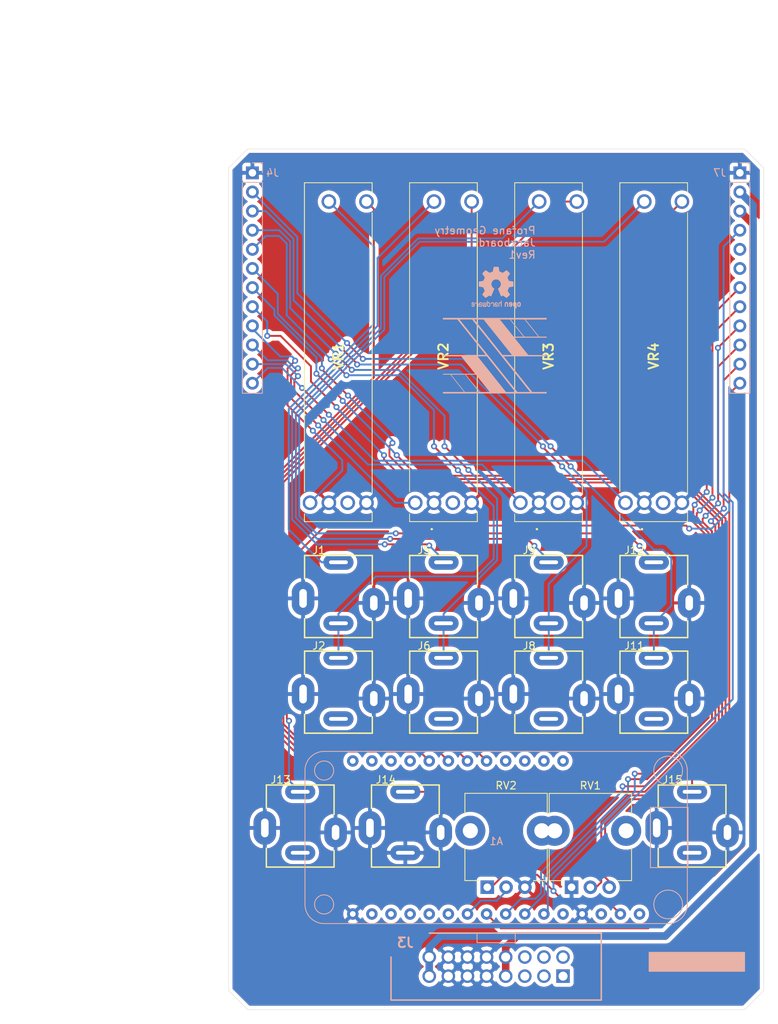
<source format=kicad_pcb>
(kicad_pcb (version 20171130) (host pcbnew "(5.1.9)-1")
  (layers (0 F.Cu signal) (31 B.Cu signal) (34 B.Paste user) (35 F.Paste user) (36 B.SilkS user) (37 F.SilkS user) (38 B.Mask user) (39 F.Mask user) (44 Edge.Cuts user))
  (net 0 "")
  (net 1 "Net-(A1-Pad1)")
  (net 2 "Net-(A1-Pad3)")
  (net 3 GND)
  (net 4 "Net-(A1-Pad5)")
  (net 5 "Net-(A1-Pad11)")
  (net 6 "Net-(A1-Pad12)")
  (net 7 "Net-(A1-Pad13)")
  (net 8 "Net-(A1-Pad14)")
  (net 9 "Net-(A1-Pad15)")
  (net 10 "Net-(A1-Pad17)")
  (net 11 "Net-(A1-Pad18)")
  (net 12 "Net-(A1-Pad19)")
  (net 13 "Net-(A1-Pad20)")
  (net 14 /notch-led)
  (net 15 /pulse-led)
  (net 16 /square-led)
  (net 17 /tri-led)
  (net 18 "Net-(A1-Pad25)")
  (net 19 "Net-(A1-Pad26)")
  (net 20 "Net-(A1-Pad27)")
  (net 21 "Net-(A1-Pad28)")
  (net 22 /tri-out)
  (net 23 "Net-(J1-PadT)")
  (net 24 "Net-(J2-PadTN)")
  (net 25 "Net-(J3-Pad16)")
  (net 26 "Net-(J3-Pad15)")
  (net 27 "Net-(J3-Pad14)")
  (net 28 /+12v-rack)
  (net 29 /-12v-rack)
  (net 30 "Net-(J3-Pad3)")
  (net 31 "Net-(J3-Pad2)")
  (net 32 "Net-(J3-Pad1)")
  (net 33 +3V3)
  (net 34 /square-out)
  (net 35 "Net-(J5-PadT)")
  (net 36 "Net-(J6-PadTN)")
  (net 37 /pulse-out)
  (net 38 /notch-out)
  (net 39 "Net-(J8-PadTN)")
  (net 40 "Net-(J9-PadT)")
  (net 41 /mix-out)
  (net 42 /mix-att)
  (net 43 /mix-pre)
  (net 44 "Net-(J11-PadTN)")
  (net 45 "Net-(J12-PadT)")
  (net 46 "Net-(J13-PadTN)")
  (net 47 "Net-(J15-PadTN)")
  (net 48 "Net-(VR1-PadL1)")
  (net 49 "Net-(VR2-PadL1)")
  (net 50 "Net-(VR3-PadL1)")
  (net 51 "Net-(VR4-PadL1)")
  (net 52 /SERCOM4[0])
  (net 53 /SERCOM4[1])
  (net 54 /v_oct-scaled)
  (net 55 /pulse-scaled)
  (net 56 /pulse-pot)
  (net 57 /notch-att)
  (net 58 /pulse-att)
  (net 59 /square-att)
  (net 60 /tri-att)
  (net 61 /pulse-cv)
  (net 62 /v_oct-cv)
  (net 63 "Net-(J7-Pad6)")
  (net 64 "Net-(J7-Pad5)")
  (module profane_geometry_jackboard:zzzzzzzz_new (layer B.Cu) (at 137.16 80.01 180)
    (fp_text reference Ref** hide)
    (fp_text value Val** hide)
  )
  (module profane_geometry_jackboard:OSHW-Logo2_7.3x6mm_SilkScreen (layer B.Cu) (at 137.16 71.755 180)
    (fp_text reference REF** hide)
    (fp_text value OSHW-Logo2_7.3x6mm_SilkScreen hide)
  )
  (module profane_geometry_jackboard:Slider_Potentiometer_Bourns_PTL_30mm (layer F.Cu) (at 156.845 100.33 90)
    (fp_text reference VR4 (at 19.475 1.25 90) (layer F.SilkS) (effects (font (size 1.27 1.27) (thickness 0.254))))
    (fp_text value PTL30-19G1-103B2 hide)
    (pad L1 thru_hole circle (at 0 2.5 90) (size 1.95 1.95) (drill 1.3) (layers *.Cu *.Mask) (net 51 "Net-(VR4-PadL1)"))
    (pad E1 thru_hole circle (at 0 5 90) (size 1.95 1.95) (drill 1.3) (layers *.Cu *.Mask) (net 3 GND))
    (pad B1 thru_hole circle (at 40 5 90) (size 1.95 1.95) (drill 1.3) (layers *.Cu *.Mask) (net 14 /notch-led))
    (pad 3 thru_hole circle (at 40 0 90) (size 1.95 1.95) (drill 1.3) (layers *.Cu *.Mask) (net 45 "Net-(J12-PadT)"))
    (pad 2 thru_hole circle (at 0 -2.5 90) (size 1.95 1.95) (drill 1.3) (layers *.Cu *.Mask) (net 57 /notch-att))
    (pad 1 thru_hole circle (at 0 0 90) (size 1.95 1.95) (drill 1.3) (layers *.Cu *.Mask) (net 3 GND))
  )
  (module profane_geometry_jackboard:Slider_Potentiometer_Bourns_PTL_30mm (layer F.Cu) (at 142.875 100.33 90)
    (fp_text reference VR3 (at 19.475 1.25 90) (layer F.SilkS) (effects (font (size 1.27 1.27) (thickness 0.254))))
    (fp_text value PTL30-19G1-103B2 hide)
    (pad L1 thru_hole circle (at 0 2.5 90) (size 1.95 1.95) (drill 1.3) (layers *.Cu *.Mask) (net 50 "Net-(VR3-PadL1)"))
    (pad E1 thru_hole circle (at 0 5 90) (size 1.95 1.95) (drill 1.3) (layers *.Cu *.Mask) (net 3 GND))
    (pad B1 thru_hole circle (at 40 5 90) (size 1.95 1.95) (drill 1.3) (layers *.Cu *.Mask) (net 15 /pulse-led))
    (pad 3 thru_hole circle (at 40 0 90) (size 1.95 1.95) (drill 1.3) (layers *.Cu *.Mask) (net 40 "Net-(J9-PadT)"))
    (pad 2 thru_hole circle (at 0 -2.5 90) (size 1.95 1.95) (drill 1.3) (layers *.Cu *.Mask) (net 58 /pulse-att))
    (pad 1 thru_hole circle (at 0 0 90) (size 1.95 1.95) (drill 1.3) (layers *.Cu *.Mask) (net 3 GND))
  )
  (module profane_geometry_jackboard:Slider_Potentiometer_Bourns_PTL_30mm (layer F.Cu) (at 128.905 100.33 90)
    (fp_text reference VR2 (at 19.475 1.25 90) (layer F.SilkS) (effects (font (size 1.27 1.27) (thickness 0.254))))
    (fp_text value PTL30-19G1-103B2 hide)
    (pad L1 thru_hole circle (at 0 2.5 90) (size 1.95 1.95) (drill 1.3) (layers *.Cu *.Mask) (net 49 "Net-(VR2-PadL1)"))
    (pad E1 thru_hole circle (at 0 5 90) (size 1.95 1.95) (drill 1.3) (layers *.Cu *.Mask) (net 3 GND))
    (pad B1 thru_hole circle (at 40 5 90) (size 1.95 1.95) (drill 1.3) (layers *.Cu *.Mask) (net 16 /square-led))
    (pad 3 thru_hole circle (at 40 0 90) (size 1.95 1.95) (drill 1.3) (layers *.Cu *.Mask) (net 35 "Net-(J5-PadT)"))
    (pad 2 thru_hole circle (at 0 -2.5 90) (size 1.95 1.95) (drill 1.3) (layers *.Cu *.Mask) (net 59 /square-att))
    (pad 1 thru_hole circle (at 0 0 90) (size 1.95 1.95) (drill 1.3) (layers *.Cu *.Mask) (net 3 GND))
  )
  (module profane_geometry_jackboard:Slider_Potentiometer_Bourns_PTL_30mm (layer F.Cu) (at 114.935 100.33 90)
    (fp_text reference VR1 (at 19.475 1.25 90) (layer F.SilkS) (effects (font (size 1.27 1.27) (thickness 0.254))))
    (fp_text value PTL30-19G1-103B2 hide)
    (pad L1 thru_hole circle (at 0 2.5 90) (size 1.95 1.95) (drill 1.3) (layers *.Cu *.Mask) (net 48 "Net-(VR1-PadL1)"))
    (pad E1 thru_hole circle (at 0 5 90) (size 1.95 1.95) (drill 1.3) (layers *.Cu *.Mask) (net 3 GND))
    (pad B1 thru_hole circle (at 40 5 90) (size 1.95 1.95) (drill 1.3) (layers *.Cu *.Mask) (net 17 /tri-led))
    (pad 3 thru_hole circle (at 40 0 90) (size 1.95 1.95) (drill 1.3) (layers *.Cu *.Mask) (net 23 "Net-(J1-PadT)"))
    (pad 2 thru_hole circle (at 0 -2.5 90) (size 1.95 1.95) (drill 1.3) (layers *.Cu *.Mask) (net 60 /tri-att))
    (pad 1 thru_hole circle (at 0 0 90) (size 1.95 1.95) (drill 1.3) (layers *.Cu *.Mask) (net 3 GND))
  )
  (module profane_geometry_jackboard:Jack_3.5mm_QingPu_WQP-PJ301BM_Vertical (layer F.Cu) (at 163.195 143.51)
    (fp_text reference J15 (at -2.6 -6.4) (layer F.SilkS))
    (fp_text value MixOut)
    (pad S thru_hole oval (at 4.7 0.6 90) (size 4 3) (drill oval 2 1) (layers *.Cu *.Mask) (net 3 GND))
    (pad S thru_hole oval (at -4.7 0 90) (size 4.5 3) (drill oval 2.5 1) (layers *.Cu *.Mask) (net 3 GND))
    (pad TN thru_hole oval (at 0 3.3) (size 4 2) (drill oval 2.5 0.5) (layers *.Cu *.Mask) (net 47 "Net-(J15-PadTN)"))
    (pad T thru_hole oval (at 0 -4.8) (size 4 2) (drill oval 2.5 0.5) (layers *.Cu *.Mask) (net 41 /mix-out))
  )
  (module profane_geometry_jackboard:Jack_3.5mm_QingPu_WQP-PJ301BM_Vertical (layer F.Cu) (at 125.095 143.51)
    (fp_text reference J14 (at -2.6 -6.4) (layer F.SilkS))
    (fp_text value PulseCV)
    (pad S thru_hole oval (at 4.7 0.6 90) (size 4 3) (drill oval 2 1) (layers *.Cu *.Mask) (net 3 GND))
    (pad S thru_hole oval (at -4.7 0 90) (size 4.5 3) (drill oval 2.5 1) (layers *.Cu *.Mask) (net 3 GND))
    (pad TN thru_hole oval (at 0 3.3) (size 4 2) (drill oval 2.5 0.5) (layers *.Cu *.Mask) (net 3 GND))
    (pad T thru_hole oval (at 0 -4.8) (size 4 2) (drill oval 2.5 0.5) (layers *.Cu *.Mask) (net 61 /pulse-cv))
  )
  (module profane_geometry_jackboard:Jack_3.5mm_QingPu_WQP-PJ301BM_Vertical (layer F.Cu) (at 111.125 143.51)
    (fp_text reference J13 (at -2.6 -6.4) (layer F.SilkS))
    (fp_text value V/OCT)
    (pad S thru_hole oval (at 4.7 0.6 90) (size 4 3) (drill oval 2 1) (layers *.Cu *.Mask) (net 3 GND))
    (pad S thru_hole oval (at -4.7 0 90) (size 4.5 3) (drill oval 2.5 1) (layers *.Cu *.Mask) (net 3 GND))
    (pad TN thru_hole oval (at 0 3.3) (size 4 2) (drill oval 2.5 0.5) (layers *.Cu *.Mask) (net 46 "Net-(J13-PadTN)"))
    (pad T thru_hole oval (at 0 -4.8) (size 4 2) (drill oval 2.5 0.5) (layers *.Cu *.Mask) (net 62 /v_oct-cv))
  )
  (module profane_geometry_jackboard:Jack_3.5mm_QingPu_WQP-PJ301BM_Vertical (layer F.Cu) (at 158.115 113.03)
    (fp_text reference J12 (at -2.6 -6.4) (layer F.SilkS))
    (fp_text value PulseAmt)
    (pad S thru_hole oval (at 4.7 0.6 90) (size 4 3) (drill oval 2 1) (layers *.Cu *.Mask) (net 3 GND))
    (pad S thru_hole oval (at -4.7 0 90) (size 4.5 3) (drill oval 2.5 1) (layers *.Cu *.Mask) (net 3 GND))
    (pad TN thru_hole oval (at 0 3.3) (size 4 2) (drill oval 2.5 0.5) (layers *.Cu *.Mask) (net 38 /notch-out))
    (pad T thru_hole oval (at 0 -4.8) (size 4 2) (drill oval 2.5 0.5) (layers *.Cu *.Mask) (net 45 "Net-(J12-PadT)"))
  )
  (module profane_geometry_jackboard:Jack_3.5mm_QingPu_WQP-PJ301BM_Vertical (layer F.Cu) (at 158.115 125.73)
    (fp_text reference J11 (at -2.6 -6.4) (layer F.SilkS))
    (fp_text value NotchOut)
    (pad S thru_hole oval (at 4.7 0.6 90) (size 4 3) (drill oval 2 1) (layers *.Cu *.Mask) (net 3 GND))
    (pad S thru_hole oval (at -4.7 0 90) (size 4.5 3) (drill oval 2.5 1) (layers *.Cu *.Mask) (net 3 GND))
    (pad TN thru_hole oval (at 0 3.3) (size 4 2) (drill oval 2.5 0.5) (layers *.Cu *.Mask) (net 44 "Net-(J11-PadTN)"))
    (pad T thru_hole oval (at 0 -4.8) (size 4 2) (drill oval 2.5 0.5) (layers *.Cu *.Mask) (net 38 /notch-out))
  )
  (module profane_geometry_jackboard:Jack_3.5mm_QingPu_WQP-PJ301BM_Vertical (layer F.Cu) (at 144.145 113.03)
    (fp_text reference J9 (at -2.6 -6.4) (layer F.SilkS))
    (fp_text value PulseAmt)
    (pad S thru_hole oval (at 4.7 0.6 90) (size 4 3) (drill oval 2 1) (layers *.Cu *.Mask) (net 3 GND))
    (pad S thru_hole oval (at -4.7 0 90) (size 4.5 3) (drill oval 2.5 1) (layers *.Cu *.Mask) (net 3 GND))
    (pad TN thru_hole oval (at 0 3.3) (size 4 2) (drill oval 2.5 0.5) (layers *.Cu *.Mask) (net 37 /pulse-out))
    (pad T thru_hole oval (at 0 -4.8) (size 4 2) (drill oval 2.5 0.5) (layers *.Cu *.Mask) (net 40 "Net-(J9-PadT)"))
  )
  (module profane_geometry_jackboard:Jack_3.5mm_QingPu_WQP-PJ301BM_Vertical (layer F.Cu) (at 144.145 125.73)
    (fp_text reference J8 (at -2.6 -6.4) (layer F.SilkS))
    (fp_text value PulseOut)
    (pad S thru_hole oval (at 4.7 0.6 90) (size 4 3) (drill oval 2 1) (layers *.Cu *.Mask) (net 3 GND))
    (pad S thru_hole oval (at -4.7 0 90) (size 4.5 3) (drill oval 2.5 1) (layers *.Cu *.Mask) (net 3 GND))
    (pad TN thru_hole oval (at 0 3.3) (size 4 2) (drill oval 2.5 0.5) (layers *.Cu *.Mask) (net 39 "Net-(J8-PadTN)"))
    (pad T thru_hole oval (at 0 -4.8) (size 4 2) (drill oval 2.5 0.5) (layers *.Cu *.Mask) (net 37 /pulse-out))
  )
  (module profane_geometry_jackboard:Jack_3.5mm_QingPu_WQP-PJ301BM_Vertical (layer F.Cu) (at 130.175 125.73)
    (fp_text reference J6 (at -2.6 -6.4) (layer F.SilkS))
    (fp_text value SquareOut)
    (pad S thru_hole oval (at 4.7 0.6 90) (size 4 3) (drill oval 2 1) (layers *.Cu *.Mask) (net 3 GND))
    (pad S thru_hole oval (at -4.7 0 90) (size 4.5 3) (drill oval 2.5 1) (layers *.Cu *.Mask) (net 3 GND))
    (pad TN thru_hole oval (at 0 3.3) (size 4 2) (drill oval 2.5 0.5) (layers *.Cu *.Mask) (net 36 "Net-(J6-PadTN)"))
    (pad T thru_hole oval (at 0 -4.8) (size 4 2) (drill oval 2.5 0.5) (layers *.Cu *.Mask) (net 34 /square-out))
  )
  (module profane_geometry_jackboard:Jack_3.5mm_QingPu_WQP-PJ301BM_Vertical (layer F.Cu) (at 130.175 113.03)
    (fp_text reference J5 (at -2.6 -6.4) (layer F.SilkS))
    (fp_text value SquareAmt)
    (pad S thru_hole oval (at 4.7 0.6 90) (size 4 3) (drill oval 2 1) (layers *.Cu *.Mask) (net 3 GND))
    (pad S thru_hole oval (at -4.7 0 90) (size 4.5 3) (drill oval 2.5 1) (layers *.Cu *.Mask) (net 3 GND))
    (pad TN thru_hole oval (at 0 3.3) (size 4 2) (drill oval 2.5 0.5) (layers *.Cu *.Mask) (net 34 /square-out))
    (pad T thru_hole oval (at 0 -4.8) (size 4 2) (drill oval 2.5 0.5) (layers *.Cu *.Mask) (net 35 "Net-(J5-PadT)"))
  )
  (module profane_geometry_jackboard:Molex_02x08_2.54mm_Shrouded_Keyed (layer B.Cu) (at 128.27 160.655)
    (fp_text reference J3 (at -3.175 -1.905) (layer B.SilkS) (effects (font (size 1.27 1.27) (thickness 0.254)) (justify mirror)))
    (fp_text value Conn_02x08_Counter_Clockwise hide)
    (pad 1 thru_hole rect (at 17.78 2.54) (size 1.8 1.8) (drill 1.2) (layers *.Cu *.Mask) (net 32 "Net-(J3-Pad1)"))
    (pad 16 thru_hole circle (at 17.78 0) (size 1.8 1.8) (drill 1.2) (layers *.Cu *.Mask) (net 25 "Net-(J3-Pad16)"))
    (pad 2 thru_hole circle (at 15.24 2.54) (size 1.8 1.8) (drill 1.2) (layers *.Cu *.Mask) (net 31 "Net-(J3-Pad2)"))
    (pad 15 thru_hole circle (at 15.24 0) (size 1.8 1.8) (drill 1.2) (layers *.Cu *.Mask) (net 26 "Net-(J3-Pad15)"))
    (pad 3 thru_hole circle (at 12.7 2.54) (size 1.8 1.8) (drill 1.2) (layers *.Cu *.Mask) (net 30 "Net-(J3-Pad3)"))
    (pad 14 thru_hole circle (at 12.7 0) (size 1.8 1.8) (drill 1.2) (layers *.Cu *.Mask) (net 27 "Net-(J3-Pad14)"))
    (pad 4 thru_hole circle (at 10.16 2.54) (size 1.8 1.8) (drill 1.2) (layers *.Cu *.Mask) (net 28 /+12v-rack))
    (pad 13 thru_hole circle (at 10.16 0) (size 1.8 1.8) (drill 1.2) (layers *.Cu *.Mask) (net 28 /+12v-rack))
    (pad 5 thru_hole circle (at 7.62 2.54) (size 1.8 1.8) (drill 1.2) (layers *.Cu *.Mask) (net 3 GND))
    (pad 12 thru_hole circle (at 7.62 0) (size 1.8 1.8) (drill 1.2) (layers *.Cu *.Mask) (net 3 GND))
    (pad 6 thru_hole circle (at 5.08 2.54) (size 1.8 1.8) (drill 1.2) (layers *.Cu *.Mask) (net 3 GND))
    (pad 11 thru_hole circle (at 5.08 0) (size 1.8 1.8) (drill 1.2) (layers *.Cu *.Mask) (net 3 GND))
    (pad 7 thru_hole circle (at 2.54 2.54) (size 1.8 1.8) (drill 1.2) (layers *.Cu *.Mask) (net 3 GND))
    (pad 10 thru_hole circle (at 2.54 0) (size 1.8 1.8) (drill 1.2) (layers *.Cu *.Mask) (net 3 GND))
    (pad 8 thru_hole circle (at 0 2.54) (size 1.8 1.8) (drill 1.2) (layers *.Cu *.Mask) (net 29 /-12v-rack))
    (pad 9 thru_hole circle (at 0 0) (size 1.8 1.8) (drill 1.2) (layers *.Cu *.Mask) (net 29 /-12v-rack))
  )
  (module profane_geometry_jackboard:Jack_3.5mm_QingPu_WQP-PJ301BM_Vertical (layer F.Cu) (at 116.205 125.73)
    (fp_text reference J2 (at -2.6 -6.4) (layer F.SilkS))
    (fp_text value TriOut)
    (pad S thru_hole oval (at 4.7 0.6 90) (size 4 3) (drill oval 2 1) (layers *.Cu *.Mask) (net 3 GND))
    (pad S thru_hole oval (at -4.7 0 90) (size 4.5 3) (drill oval 2.5 1) (layers *.Cu *.Mask) (net 3 GND))
    (pad TN thru_hole oval (at 0 3.3) (size 4 2) (drill oval 2.5 0.5) (layers *.Cu *.Mask) (net 24 "Net-(J2-PadTN)"))
    (pad T thru_hole oval (at 0 -4.8) (size 4 2) (drill oval 2.5 0.5) (layers *.Cu *.Mask) (net 22 /tri-out))
  )
  (module profane_geometry_jackboard:Jack_3.5mm_QingPu_WQP-PJ301BM_Vertical (layer F.Cu) (at 116.205 113.03)
    (fp_text reference J1 (at -2.6 -6.4) (layer F.SilkS))
    (fp_text value TriAmt)
    (pad S thru_hole oval (at 4.7 0.6 90) (size 4 3) (drill oval 2 1) (layers *.Cu *.Mask) (net 3 GND))
    (pad S thru_hole oval (at -4.7 0 90) (size 4.5 3) (drill oval 2.5 1) (layers *.Cu *.Mask) (net 3 GND))
    (pad TN thru_hole oval (at 0 3.3) (size 4 2) (drill oval 2.5 0.5) (layers *.Cu *.Mask) (net 22 /tri-out))
    (pad T thru_hole oval (at 0 -4.8) (size 4 2) (drill oval 2.5 0.5) (layers *.Cu *.Mask) (net 23 "Net-(J1-PadT)"))
  )
  (module profane_geometry_jackboard:Adafruit_Feather_M0_Express (layer B.Cu) (at 137.16 144.78 180)
    (fp_text reference A1 (at 0 -0.5) (layer B.SilkS) (effects (justify mirror)))
    (fp_text value Adafruit_Feather_M0_Express)
    (pad 1 thru_hole circle (at -19.05 -10.16 180) (size 1.524 1.524) (drill 0.762) (layers *.Cu *.Mask) (net 1 "Net-(A1-Pad1)"))
    (pad 2 thru_hole circle (at -16.51 -10.16 180) (size 1.524 1.524) (drill 0.762) (layers *.Cu *.Mask) (net 33 +3V3))
    (pad 3 thru_hole circle (at -13.97 -10.16 180) (size 1.524 1.524) (drill 0.762) (layers *.Cu *.Mask) (net 2 "Net-(A1-Pad3)"))
    (pad 4 thru_hole circle (at -11.43 -10.16 180) (size 1.524 1.524) (drill 0.762) (layers *.Cu *.Mask) (net 3 GND))
    (pad 5 thru_hole circle (at -8.89 -10.16 180) (size 1.524 1.524) (drill 0.762) (layers *.Cu *.Mask) (net 4 "Net-(A1-Pad5)"))
    (pad 6 thru_hole circle (at -6.35 -10.16 180) (size 1.524 1.524) (drill 0.762) (layers *.Cu *.Mask) (net 52 /SERCOM4[0]))
    (pad 7 thru_hole circle (at -3.81 -10.16 180) (size 1.524 1.524) (drill 0.762) (layers *.Cu *.Mask) (net 53 /SERCOM4[1]))
    (pad 8 thru_hole circle (at -1.27 -10.16 180) (size 1.524 1.524) (drill 0.762) (layers *.Cu *.Mask) (net 54 /v_oct-scaled))
    (pad 9 thru_hole circle (at 1.27 -10.16 180) (size 1.524 1.524) (drill 0.762) (layers *.Cu *.Mask) (net 55 /pulse-scaled))
    (pad 10 thru_hole circle (at 3.81 -10.16 180) (size 1.524 1.524) (drill 0.762) (layers *.Cu *.Mask) (net 56 /pulse-pot))
    (pad 11 thru_hole circle (at 6.35 -10.16 180) (size 1.524 1.524) (drill 0.762) (layers *.Cu *.Mask) (net 5 "Net-(A1-Pad11)"))
    (pad 12 thru_hole circle (at 8.89 -10.16 180) (size 1.524 1.524) (drill 0.762) (layers *.Cu *.Mask) (net 6 "Net-(A1-Pad12)"))
    (pad 13 thru_hole circle (at 11.43 -10.16 180) (size 1.524 1.524) (drill 0.762) (layers *.Cu *.Mask) (net 7 "Net-(A1-Pad13)"))
    (pad 14 thru_hole circle (at 13.97 -10.16 180) (size 1.524 1.524) (drill 0.762) (layers *.Cu *.Mask) (net 8 "Net-(A1-Pad14)"))
    (pad 15 thru_hole circle (at 16.51 -10.16 180) (size 1.524 1.524) (drill 0.762) (layers *.Cu *.Mask) (net 9 "Net-(A1-Pad15)"))
    (pad 16 thru_hole circle (at 19.05 -10.16 180) (size 1.524 1.524) (drill 0.762) (layers *.Cu *.Mask) (net 3 GND))
    (pad 17 thru_hole circle (at 19.05 10.16 180) (size 1.524 1.524) (drill 0.762) (layers *.Cu *.Mask) (net 10 "Net-(A1-Pad17)"))
    (pad 18 thru_hole circle (at 16.51 10.16 180) (size 1.524 1.524) (drill 0.762) (layers *.Cu *.Mask) (net 11 "Net-(A1-Pad18)"))
    (pad 19 thru_hole circle (at 13.97 10.16 180) (size 1.524 1.524) (drill 0.762) (layers *.Cu *.Mask) (net 12 "Net-(A1-Pad19)"))
    (pad 20 thru_hole circle (at 11.43 10.16 180) (size 1.524 1.524) (drill 0.762) (layers *.Cu *.Mask) (net 13 "Net-(A1-Pad20)"))
    (pad 21 thru_hole circle (at 8.89 10.16 180) (size 1.524 1.524) (drill 0.762) (layers *.Cu *.Mask) (net 17 /tri-led))
    (pad 22 thru_hole circle (at 6.35 10.16 180) (size 1.524 1.524) (drill 0.762) (layers *.Cu *.Mask) (net 16 /square-led))
    (pad 23 thru_hole circle (at 3.81 10.16 180) (size 1.524 1.524) (drill 0.762) (layers *.Cu *.Mask) (net 15 /pulse-led))
    (pad 24 thru_hole circle (at 1.27 10.16 180) (size 1.524 1.524) (drill 0.762) (layers *.Cu *.Mask) (net 14 /notch-led))
    (pad 25 thru_hole circle (at -1.27 10.16 180) (size 1.524 1.524) (drill 0.762) (layers *.Cu *.Mask) (net 18 "Net-(A1-Pad25)"))
    (pad 26 thru_hole circle (at -3.81 10.16 180) (size 1.524 1.524) (drill 0.762) (layers *.Cu *.Mask) (net 19 "Net-(A1-Pad26)"))
    (pad 27 thru_hole circle (at -6.35 10.16 180) (size 1.524 1.524) (drill 0.762) (layers *.Cu *.Mask) (net 20 "Net-(A1-Pad27)"))
    (pad 28 thru_hole circle (at -8.89 10.16 180) (size 1.524 1.524) (drill 0.762) (layers *.Cu *.Mask) (net 21 "Net-(A1-Pad28)"))
  )
  (module Potentiometer_THT:Potentiometer_TT_P0915N (layer F.Cu) (at 135.981 151.384)
    (fp_text reference RV2 (at 2.5 -13.5) (layer F.SilkS))
    (fp_text value PulsePot)
    (pad 1 thru_hole rect (at 0 0) (size 1.8 1.8) (drill 1) (layers *.Cu *.Mask) (net 33 +3V3))
    (pad 2 thru_hole circle (at 2.5 0) (size 1.8 1.8) (drill 1) (layers *.Cu *.Mask) (net 56 /pulse-pot))
    (pad 3 thru_hole circle (at 5 0) (size 1.8 1.8) (drill 1) (layers *.Cu *.Mask) (net 3 GND))
    (pad "" thru_hole oval (at -2.25 -7.5) (size 4 4) (drill 2) (layers *.Cu *.Mask))
    (pad "" thru_hole oval (at 7.25 -7.5) (size 4 4) (drill 2) (layers *.Cu *.Mask))
  )
  (module Connector_PinHeader_2.54mm:PinHeader_1x12_P2.54mm_Vertical (layer B.Cu) (at 169.545 56.515 180)
    (fp_text reference J7 (at 2.667 0) (layer B.SilkS) (effects (justify mirror)))
    (fp_text value Conn_01x12)
    (pad 12 thru_hole oval (at 0 -27.94 180) (size 1.7 1.7) (drill 1) (layers *.Cu *.Mask) (net 55 /pulse-scaled))
    (pad 11 thru_hole oval (at 0 -25.4 180) (size 1.7 1.7) (drill 1) (layers *.Cu *.Mask) (net 61 /pulse-cv))
    (pad 10 thru_hole oval (at 0 -22.86 180) (size 1.7 1.7) (drill 1) (layers *.Cu *.Mask) (net 54 /v_oct-scaled))
    (pad 9 thru_hole oval (at 0 -20.32 180) (size 1.7 1.7) (drill 1) (layers *.Cu *.Mask) (net 62 /v_oct-cv))
    (pad 8 thru_hole oval (at 0 -17.78 180) (size 1.7 1.7) (drill 1) (layers *.Cu *.Mask) (net 53 /SERCOM4[1]))
    (pad 7 thru_hole oval (at 0 -15.24 180) (size 1.7 1.7) (drill 1) (layers *.Cu *.Mask) (net 52 /SERCOM4[0]))
    (pad 6 thru_hole oval (at 0 -12.7 180) (size 1.7 1.7) (drill 1) (layers *.Cu *.Mask) (net 63 "Net-(J7-Pad6)"))
    (pad 5 thru_hole oval (at 0 -10.16 180) (size 1.7 1.7) (drill 1) (layers *.Cu *.Mask) (net 64 "Net-(J7-Pad5)"))
    (pad 4 thru_hole oval (at 0 -7.62 180) (size 1.7 1.7) (drill 1) (layers *.Cu *.Mask) (net 33 +3V3))
    (pad 3 thru_hole oval (at 0 -5.08 180) (size 1.7 1.7) (drill 1) (layers *.Cu *.Mask) (net 28 /+12v-rack))
    (pad 2 thru_hole oval (at 0 -2.54 180) (size 1.7 1.7) (drill 1) (layers *.Cu *.Mask) (net 29 /-12v-rack))
    (pad 1 thru_hole rect (at 0 0 180) (size 1.7 1.7) (drill 1) (layers *.Cu *.Mask) (net 3 GND))
  )
  (module Connector_PinHeader_2.54mm:PinHeader_1x12_P2.54mm_Vertical (layer B.Cu) (at 104.775 56.515 180)
    (fp_text reference J4 (at -2.667 0) (layer B.SilkS) (effects (justify mirror)))
    (fp_text value Conn_01x12)
    (pad 12 thru_hole oval (at 0 -27.94 180) (size 1.7 1.7) (drill 1) (layers *.Cu *.Mask) (net 57 /notch-att))
    (pad 11 thru_hole oval (at 0 -25.4 180) (size 1.7 1.7) (drill 1) (layers *.Cu *.Mask) (net 58 /pulse-att))
    (pad 10 thru_hole oval (at 0 -22.86 180) (size 1.7 1.7) (drill 1) (layers *.Cu *.Mask) (net 59 /square-att))
    (pad 9 thru_hole oval (at 0 -20.32 180) (size 1.7 1.7) (drill 1) (layers *.Cu *.Mask) (net 60 /tri-att))
    (pad 8 thru_hole oval (at 0 -17.78 180) (size 1.7 1.7) (drill 1) (layers *.Cu *.Mask) (net 42 /mix-att))
    (pad 7 thru_hole oval (at 0 -15.24 180) (size 1.7 1.7) (drill 1) (layers *.Cu *.Mask) (net 41 /mix-out))
    (pad 6 thru_hole oval (at 0 -12.7 180) (size 1.7 1.7) (drill 1) (layers *.Cu *.Mask) (net 43 /mix-pre))
    (pad 5 thru_hole oval (at 0 -10.16 180) (size 1.7 1.7) (drill 1) (layers *.Cu *.Mask) (net 22 /tri-out))
    (pad 4 thru_hole oval (at 0 -7.62 180) (size 1.7 1.7) (drill 1) (layers *.Cu *.Mask) (net 34 /square-out))
    (pad 3 thru_hole oval (at 0 -5.08 180) (size 1.7 1.7) (drill 1) (layers *.Cu *.Mask) (net 37 /pulse-out))
    (pad 2 thru_hole oval (at 0 -2.54 180) (size 1.7 1.7) (drill 1) (layers *.Cu *.Mask) (net 38 /notch-out))
    (pad 1 thru_hole rect (at 0 0 180) (size 1.7 1.7) (drill 1) (layers *.Cu *.Mask) (net 3 GND))
  )
  (module Potentiometer_THT:Potentiometer_TT_P0915N (layer F.Cu) (at 147.182 151.391)
    (fp_text reference RV1 (at 2.5 -13.5) (layer F.SilkS))
    (fp_text value MixAtt)
    (pad 1 thru_hole rect (at 0 0) (size 1.8 1.8) (drill 1) (layers *.Cu *.Mask) (net 3 GND))
    (pad 2 thru_hole circle (at 2.5 0) (size 1.8 1.8) (drill 1) (layers *.Cu *.Mask) (net 42 /mix-att))
    (pad 3 thru_hole circle (at 5 0) (size 1.8 1.8) (drill 1) (layers *.Cu *.Mask) (net 43 /mix-pre))
    (pad "" thru_hole oval (at -2.25 -7.5) (size 4 4) (drill 2) (layers *.Cu *.Mask))
    (pad "" thru_hole oval (at 7.25 -7.5) (size 4 4) (drill 2) (layers *.Cu *.Mask))
  )
  (gr_poly (pts (xy 170.18 162.56) (xy 157.48 162.56) (xy 157.48 160.02) (xy 170.18 160.02)) (layer B.SilkS) (width 0.1))
  (gr_text "Profane Geometry\nJackboard\nRev1" (at 142.494 65.786) (layer B.SilkS) (effects (font (size 1 1)) (justify left mirror)))
  (gr_line (start 101.6 165.1) (end 101.6 55.88) (layer Edge.Cuts) (width 0.05))
  (gr_line (start 104.14 167.64) (end 101.6 165.1) (layer Edge.Cuts) (width 0.05))
  (gr_line (start 170.18 167.64) (end 104.14 167.64) (layer Edge.Cuts) (width 0.05))
  (gr_line (start 172.72 165.1) (end 170.18 167.64) (layer Edge.Cuts) (width 0.05))
  (gr_line (start 172.72 55.88) (end 172.72 165.1) (layer Edge.Cuts) (width 0.05))
  (gr_line (start 170.18 53.34) (end 172.72 55.88) (layer Edge.Cuts) (width 0.05))
  (gr_line (start 104.14 53.34) (end 170.18 53.34) (layer Edge.Cuts) (width 0.05))
  (gr_line (start 101.6 55.88) (end 104.14 53.34) (layer Edge.Cuts) (width 0.05))
  (segment (start 135.89 134.62) (end 133.28099 132.01099) (width 0.25) (layer F.Cu) (net 14))
  (segment (start 133.28099 132.01099) (end 111.1844 132.01099) (width 0.25) (layer F.Cu) (net 14))
  (segment (start 111.1844 132.01099) (end 108.896989 129.723579) (width 0.25) (layer F.Cu) (net 14))
  (segment (start 154.66899 67.50601) (end 160.870001 61.304999) (width 0.25) (layer F.Cu) (net 14))
  (segment (start 160.870001 61.304999) (end 161.845 60.33) (width 0.25) (layer F.Cu) (net 14))
  (segment (start 138.99599 67.50601) (end 154.66899 67.50601) (width 0.25) (layer F.Cu) (net 14))
  (segment (start 108.896989 97.605011) (end 138.99599 67.50601) (width 0.25) (layer F.Cu) (net 14))
  (segment (start 108.896989 129.723579) (end 108.896989 97.605011) (width 0.25) (layer F.Cu) (net 14))
  (segment (start 145.53559 60.33) (end 108.446978 97.418612) (width 0.25) (layer F.Cu) (net 15))
  (segment (start 110.998 132.461001) (end 131.191001 132.461001) (width 0.25) (layer F.Cu) (net 15))
  (segment (start 131.191001 132.461001) (end 133.35 134.62) (width 0.25) (layer F.Cu) (net 15))
  (segment (start 108.446978 129.909979) (end 110.998 132.461001) (width 0.25) (layer F.Cu) (net 15))
  (segment (start 147.875 60.33) (end 145.53559 60.33) (width 0.25) (layer F.Cu) (net 15))
  (segment (start 108.446978 97.418612) (end 108.446978 129.909979) (width 0.25) (layer F.Cu) (net 15))
  (segment (start 107.996967 97.232213) (end 107.996967 130.221967) (width 0.25) (layer F.Cu) (net 16))
  (segment (start 129.101012 132.911012) (end 130.81 134.62) (width 0.25) (layer F.Cu) (net 16))
  (segment (start 133.905 60.33) (end 133.905 71.32418) (width 0.25) (layer F.Cu) (net 16))
  (segment (start 110.686011 132.911011) (end 129.101012 132.911012) (width 0.25) (layer F.Cu) (net 16))
  (segment (start 133.905 71.32418) (end 107.996967 97.232213) (width 0.25) (layer F.Cu) (net 16))
  (segment (start 107.996967 130.221967) (end 110.686011 132.911011) (width 0.25) (layer F.Cu) (net 16))
  (segment (start 127.011022 133.361022) (end 110.374022 133.361022) (width 0.25) (layer F.Cu) (net 17))
  (segment (start 107.546956 130.533956) (end 107.546956 97.045814) (width 0.25) (layer F.Cu) (net 17))
  (segment (start 128.27 134.62) (end 127.011022 133.361022) (width 0.25) (layer F.Cu) (net 17))
  (segment (start 110.374022 133.361022) (end 107.546956 130.533956) (width 0.25) (layer F.Cu) (net 17))
  (segment (start 120.909999 83.682771) (end 120.909999 61.304999) (width 0.25) (layer F.Cu) (net 17))
  (segment (start 120.909999 61.304999) (end 119.935 60.33) (width 0.25) (layer F.Cu) (net 17))
  (segment (start 107.546956 97.045814) (end 120.909999 83.682771) (width 0.25) (layer F.Cu) (net 17))
  (segment (start 116.205 116.33) (end 116.205 120.93) (width 0.25) (layer B.Cu) (net 22))
  (segment (start 121.176 110.109) (end 134.50959 110.109) (width 0.25) (layer B.Cu) (net 22))
  (segment (start 116.205 115.08) (end 121.176 110.109) (width 0.25) (layer B.Cu) (net 22))
  (segment (start 116.205 116.33) (end 116.205 115.08) (width 0.25) (layer B.Cu) (net 22))
  (segment (start 134.50959 110.109) (end 136.83699 107.7816) (width 0.25) (layer B.Cu) (net 22))
  (segment (start 136.83699 100.76899) (end 132.08 96.012) (width 0.25) (layer B.Cu) (net 22))
  (via (at 132.08 96.012) (size 0.8) (drill 0.4) (layers F.Cu B.Cu) (net 22))
  (segment (start 136.83699 107.7816) (end 136.83699 100.76899) (width 0.25) (layer B.Cu) (net 22))
  (segment (start 132.08 96.012) (end 129.667 93.599) (width 0.25) (layer F.Cu) (net 22))
  (via (at 117.271937 83.397369) (size 0.8) (drill 0.4) (layers F.Cu B.Cu) (net 22))
  (via (at 115.178192 81.281502) (size 0.8) (drill 0.4) (layers F.Cu B.Cu) (net 22))
  (segment (start 115.178192 81.303624) (end 115.178192 81.281502) (width 0.25) (layer F.Cu) (net 22))
  (segment (start 117.271937 83.397369) (end 115.178192 81.303624) (width 0.25) (layer F.Cu) (net 22))
  (segment (start 124.291369 83.397369) (end 117.271937 83.397369) (width 0.25) (layer B.Cu) (net 22))
  (segment (start 128.651 87.757) (end 124.291369 83.397369) (width 0.25) (layer B.Cu) (net 22))
  (via (at 128.905 92.837) (size 0.8) (drill 0.4) (layers F.Cu B.Cu) (net 22))
  (segment (start 129.667 93.599) (end 128.905 92.837) (width 0.25) (layer F.Cu) (net 22))
  (segment (start 128.905 88.011) (end 128.651 87.757) (width 0.25) (layer B.Cu) (net 22))
  (segment (start 128.905 92.837) (end 128.905 88.011) (width 0.25) (layer B.Cu) (net 22))
  (segment (start 106.553 64.897) (end 104.775 66.675) (width 0.25) (layer B.Cu) (net 22))
  (segment (start 108.331 64.897) (end 106.553 64.897) (width 0.25) (layer B.Cu) (net 22))
  (segment (start 109.33598 65.90198) (end 108.331 64.897) (width 0.25) (layer B.Cu) (net 22))
  (segment (start 109.33598 75.43929) (end 109.33598 65.90198) (width 0.25) (layer B.Cu) (net 22))
  (segment (start 115.178192 81.281502) (end 109.33598 75.43929) (width 0.25) (layer B.Cu) (net 22))
  (segment (start 120.950972 76.534028) (end 114.725619 82.759381) (width 0.25) (layer B.Cu) (net 23))
  (segment (start 109.601002 102.744412) (end 109.601002 103.876002) (width 0.25) (layer B.Cu) (net 23))
  (segment (start 109.601 87.884) (end 109.601 102.743) (width 0.25) (layer B.Cu) (net 23))
  (segment (start 113.955 108.23) (end 116.205 108.23) (width 0.25) (layer B.Cu) (net 23))
  (segment (start 120.950972 66.345972) (end 120.950972 76.534028) (width 0.25) (layer B.Cu) (net 23))
  (segment (start 114.725619 82.819798) (end 114.348619 83.196798) (width 0.25) (layer B.Cu) (net 23))
  (segment (start 114.935 60.33) (end 120.950972 66.345972) (width 0.25) (layer B.Cu) (net 23))
  (segment (start 114.288202 83.196798) (end 109.601 87.884) (width 0.25) (layer B.Cu) (net 23))
  (segment (start 114.348619 83.196798) (end 114.288202 83.196798) (width 0.25) (layer B.Cu) (net 23))
  (segment (start 109.601 102.743) (end 109.601002 102.744412) (width 0.25) (layer B.Cu) (net 23))
  (segment (start 109.601002 103.876002) (end 113.955 108.23) (width 0.25) (layer B.Cu) (net 23))
  (segment (start 114.725619 82.759381) (end 114.725619 82.819798) (width 0.25) (layer B.Cu) (net 23))
  (segment (start 138.43 163.195) (end 138.43 160.655) (width 1) (layer F.Cu) (net 28))
  (segment (start 138.43 160.655) (end 138.43 160.530998) (width 1) (layer F.Cu) (net 28))
  (segment (start 139.942198 157.87001) (end 159.62999 157.87001) (width 1) (layer F.Cu) (net 28))
  (segment (start 138.43 159.382208) (end 139.942198 157.87001) (width 1) (layer F.Cu) (net 28))
  (segment (start 138.43 160.655) (end 138.43 159.382208) (width 1) (layer F.Cu) (net 28))
  (segment (start 171.295001 63.345001) (end 169.545 61.595) (width 1) (layer F.Cu) (net 28))
  (segment (start 171.295001 146.204999) (end 171.295001 63.345001) (width 1) (layer F.Cu) (net 28))
  (segment (start 159.62999 157.87001) (end 171.295001 146.204999) (width 1) (layer F.Cu) (net 28))
  (segment (start 128.27 163.195) (end 128.27 160.655) (width 1) (layer B.Cu) (net 29))
  (segment (start 171.295001 60.805001) (end 169.545 59.055) (width 1) (layer B.Cu) (net 29))
  (segment (start 171.295001 146.204999) (end 171.295001 60.805001) (width 1) (layer B.Cu) (net 29))
  (segment (start 159.639 157.861) (end 171.295001 146.204999) (width 1) (layer B.Cu) (net 29))
  (segment (start 129.791208 157.861) (end 159.639 157.861) (width 1) (layer B.Cu) (net 29))
  (segment (start 128.27 159.382208) (end 129.791208 157.861) (width 1) (layer B.Cu) (net 29))
  (segment (start 128.27 160.655) (end 128.27 159.382208) (width 1) (layer B.Cu) (net 29))
  (segment (start 138.176 149.733) (end 136.525 151.384) (width 0.25) (layer F.Cu) (net 33))
  (segment (start 142.621 149.733) (end 138.176 149.733) (width 0.25) (layer F.Cu) (net 33))
  (segment (start 151.892 153.162) (end 146.05 153.162) (width 0.25) (layer F.Cu) (net 33))
  (segment (start 153.67 154.94) (end 151.892 153.162) (width 0.25) (layer F.Cu) (net 33))
  (via (at 144.78 151.892) (size 0.8) (drill 0.4) (layers F.Cu B.Cu) (net 33))
  (segment (start 144.78 151.892) (end 142.621 149.733) (width 0.25) (layer F.Cu) (net 33))
  (segment (start 146.05 153.162) (end 144.78 151.892) (width 0.25) (layer F.Cu) (net 33))
  (segment (start 144.78 150.241) (end 144.78 151.892) (width 0.25) (layer B.Cu) (net 33))
  (segment (start 168.598011 126.422989) (end 144.78 150.241) (width 0.25) (layer B.Cu) (net 33))
  (segment (start 167.386 99.05859) (end 168.598011 100.270601) (width 0.25) (layer B.Cu) (net 33))
  (segment (start 168.598011 100.270601) (end 168.598011 126.422989) (width 0.25) (layer B.Cu) (net 33))
  (segment (start 167.386 66.294) (end 167.386 99.05859) (width 0.25) (layer B.Cu) (net 33))
  (segment (start 169.545 64.135) (end 167.386 66.294) (width 0.25) (layer B.Cu) (net 33))
  (segment (start 130.175 120.93) (end 130.175 116.33) (width 0.25) (layer B.Cu) (net 34))
  (segment (start 130.175 116.33) (end 130.175 115.08) (width 0.25) (layer B.Cu) (net 34))
  (segment (start 130.175 115.08) (end 137.287 107.968) (width 0.25) (layer B.Cu) (net 34))
  (via (at 133.477 95.975) (size 0.8) (drill 0.4) (layers F.Cu B.Cu) (net 34))
  (segment (start 137.287 99.785) (end 133.477 95.975) (width 0.25) (layer B.Cu) (net 34))
  (segment (start 137.287 107.968) (end 137.287 99.785) (width 0.25) (layer B.Cu) (net 34))
  (via (at 130.302 92.837) (size 0.8) (drill 0.4) (layers F.Cu B.Cu) (net 34))
  (segment (start 130.339 92.837) (end 130.302 92.837) (width 0.25) (layer F.Cu) (net 34))
  (segment (start 133.477 95.975) (end 130.339 92.837) (width 0.25) (layer F.Cu) (net 34))
  (via (at 115.824 80.518) (size 0.8) (drill 0.4) (layers F.Cu B.Cu) (net 34))
  (segment (start 117.996947 82.690261) (end 117.979045 82.672359) (width 0.25) (layer B.Cu) (net 34))
  (via (at 117.979045 82.672359) (size 0.8) (drill 0.4) (layers F.Cu B.Cu) (net 34))
  (segment (start 115.824 80.518) (end 117.978359 82.672359) (width 0.25) (layer F.Cu) (net 34))
  (segment (start 130.302 92.837) (end 130.302 88.771589) (width 0.25) (layer B.Cu) (net 34))
  (segment (start 124.220672 82.690261) (end 117.996947 82.690261) (width 0.25) (layer B.Cu) (net 34))
  (segment (start 117.978359 82.672359) (end 117.979045 82.672359) (width 0.25) (layer F.Cu) (net 34))
  (segment (start 130.302 88.771589) (end 124.220672 82.690261) (width 0.25) (layer B.Cu) (net 34))
  (segment (start 108.331 64.135) (end 104.775 64.135) (width 0.25) (layer B.Cu) (net 34))
  (segment (start 109.78599 65.58999) (end 108.331 64.135) (width 0.25) (layer B.Cu) (net 34))
  (segment (start 109.78599 74.47999) (end 109.78599 65.58999) (width 0.25) (layer B.Cu) (net 34))
  (segment (start 115.824 80.518) (end 109.78599 74.47999) (width 0.25) (layer B.Cu) (net 34))
  (via (at 122.359847 105.849847) (size 0.8) (drill 0.4) (layers F.Cu B.Cu) (net 35))
  (via (at 128.27 106.008) (size 0.8) (drill 0.4) (layers F.Cu B.Cu) (net 35))
  (segment (start 128.111847 105.849847) (end 128.27 106.008) (width 0.25) (layer F.Cu) (net 35))
  (segment (start 122.359847 105.849847) (end 128.111847 105.849847) (width 0.25) (layer F.Cu) (net 35))
  (segment (start 130.175 107.913) (end 130.175 108.23) (width 0.25) (layer B.Cu) (net 35))
  (segment (start 128.27 106.008) (end 130.175 107.913) (width 0.25) (layer B.Cu) (net 35))
  (segment (start 122.35899 105.84899) (end 122.359847 105.849847) (width 0.25) (layer B.Cu) (net 35))
  (segment (start 113.341989 105.848989) (end 122.35899 105.84899) (width 0.25) (layer B.Cu) (net 35))
  (segment (start 110.051011 102.558011) (end 113.341989 105.848989) (width 0.25) (layer B.Cu) (net 35))
  (segment (start 110.051011 88.195989) (end 110.051011 102.558011) (width 0.25) (layer B.Cu) (net 35))
  (segment (start 121.400983 76.846017) (end 110.051011 88.195989) (width 0.25) (layer B.Cu) (net 35))
  (segment (start 121.400983 67.834017) (end 121.400983 76.846017) (width 0.25) (layer B.Cu) (net 35))
  (segment (start 128.905 60.33) (end 121.400983 67.834017) (width 0.25) (layer B.Cu) (net 35))
  (segment (start 144.145 120.93) (end 144.145 116.33) (width 0.25) (layer B.Cu) (net 37))
  (via (at 145.923 95.504) (size 0.8) (drill 0.4) (layers F.Cu B.Cu) (net 37))
  (segment (start 149.175001 106.073846) (end 149.175001 98.756001) (width 0.25) (layer B.Cu) (net 37))
  (segment (start 149.175001 98.756001) (end 145.923 95.504) (width 0.25) (layer B.Cu) (net 37))
  (segment (start 144.145 111.103847) (end 149.175001 106.073846) (width 0.25) (layer B.Cu) (net 37))
  (segment (start 144.145 116.33) (end 144.145 111.103847) (width 0.25) (layer B.Cu) (net 37))
  (via (at 143.378347 92.841653) (size 0.8) (drill 0.4) (layers F.Cu B.Cu) (net 37))
  (segment (start 143.378347 92.959347) (end 143.378347 92.841653) (width 0.25) (layer F.Cu) (net 37))
  (segment (start 145.923 95.504) (end 143.378347 92.959347) (width 0.25) (layer F.Cu) (net 37))
  (via (at 116.636239 79.823455) (size 0.8) (drill 0.4) (layers F.Cu B.Cu) (net 37))
  (segment (start 143.378347 92.841653) (end 132.501945 81.965251) (width 0.25) (layer B.Cu) (net 37))
  (via (at 118.687373 81.965251) (size 0.8) (drill 0.4) (layers F.Cu B.Cu) (net 37))
  (segment (start 132.501945 81.965251) (end 118.687373 81.965251) (width 0.25) (layer B.Cu) (net 37))
  (segment (start 116.636239 79.823455) (end 118.687373 81.874589) (width 0.25) (layer F.Cu) (net 37))
  (segment (start 118.687373 81.874589) (end 118.687373 81.965251) (width 0.25) (layer F.Cu) (net 37))
  (segment (start 106.553 61.595) (end 104.775 61.595) (width 0.25) (layer B.Cu) (net 37))
  (segment (start 110.236 65.278) (end 106.553 61.595) (width 0.25) (layer B.Cu) (net 37))
  (segment (start 110.236 73.423216) (end 110.236 65.278) (width 0.25) (layer B.Cu) (net 37))
  (segment (start 116.636239 79.823455) (end 110.236 73.423216) (width 0.25) (layer B.Cu) (net 37))
  (segment (start 158.115 120.93) (end 158.115 116.33) (width 0.25) (layer B.Cu) (net 38))
  (via (at 147.066 95.504) (size 0.8) (drill 0.4) (layers F.Cu B.Cu) (net 38))
  (segment (start 158.115 106.553) (end 147.066 95.504) (width 0.25) (layer B.Cu) (net 38))
  (segment (start 159.311847 106.553) (end 158.115 106.553) (width 0.25) (layer B.Cu) (net 38))
  (segment (start 160.44001 107.681163) (end 159.311847 106.553) (width 0.25) (layer B.Cu) (net 38))
  (segment (start 160.44001 114.00499) (end 160.44001 107.681163) (width 0.25) (layer B.Cu) (net 38))
  (segment (start 158.115 116.33) (end 160.44001 114.00499) (width 0.25) (layer B.Cu) (net 38))
  (via (at 144.399 92.837) (size 0.8) (drill 0.4) (layers F.Cu B.Cu) (net 38))
  (segment (start 147.066 95.504) (end 144.399 92.837) (width 0.25) (layer F.Cu) (net 38))
  (via (at 119.448153 81.221153) (size 0.8) (drill 0.4) (layers F.Cu B.Cu) (net 38))
  (segment (start 132.783153 81.221153) (end 119.448153 81.221153) (width 0.25) (layer B.Cu) (net 38))
  (segment (start 144.399 92.837) (end 132.783153 81.221153) (width 0.25) (layer B.Cu) (net 38))
  (via (at 117.343347 79.116347) (size 0.8) (drill 0.4) (layers F.Cu B.Cu) (net 38))
  (segment (start 119.448153 81.221153) (end 117.343347 79.116347) (width 0.25) (layer F.Cu) (net 38))
  (segment (start 117.343347 79.116347) (end 110.744 72.517) (width 0.25) (layer B.Cu) (net 38))
  (segment (start 110.744 65.024) (end 104.775 59.055) (width 0.25) (layer B.Cu) (net 38))
  (segment (start 110.744 72.517) (end 110.744 65.024) (width 0.25) (layer B.Cu) (net 38))
  (via (at 123.072689 105.124847) (size 0.8) (drill 0.4) (layers F.Cu B.Cu) (net 40))
  (via (at 142.24 106.045) (size 0.8) (drill 0.4) (layers F.Cu B.Cu) (net 40))
  (segment (start 141.319847 105.124847) (end 142.24 106.045) (width 0.25) (layer F.Cu) (net 40))
  (segment (start 123.072689 105.124847) (end 141.319847 105.124847) (width 0.25) (layer F.Cu) (net 40))
  (segment (start 144.145 107.95) (end 144.145 108.23) (width 0.25) (layer B.Cu) (net 40))
  (segment (start 142.24 106.045) (end 144.145 107.95) (width 0.25) (layer B.Cu) (net 40))
  (segment (start 121.850989 77.156601) (end 121.850989 70.1716) (width 0.25) (layer B.Cu) (net 40))
  (segment (start 116.804032 82.137957) (end 118.149576 80.792413) (width 0.25) (layer B.Cu) (net 40))
  (segment (start 110.547989 88.4596) (end 116.804032 82.203558) (width 0.25) (layer B.Cu) (net 40))
  (segment (start 110.547989 102.29299) (end 110.547989 88.4596) (width 0.25) (layer B.Cu) (net 40))
  (segment (start 137.984991 65.220009) (end 142.875 60.33) (width 0.25) (layer B.Cu) (net 40))
  (segment (start 123.072689 105.124847) (end 113.379847 105.124847) (width 0.25) (layer B.Cu) (net 40))
  (segment (start 116.804032 82.203558) (end 116.804032 82.137957) (width 0.25) (layer B.Cu) (net 40))
  (segment (start 126.80258 65.220009) (end 137.984991 65.220009) (width 0.25) (layer B.Cu) (net 40))
  (segment (start 121.850989 70.1716) (end 126.80258 65.220009) (width 0.25) (layer B.Cu) (net 40))
  (segment (start 118.149576 80.792413) (end 118.215176 80.792413) (width 0.25) (layer B.Cu) (net 40))
  (segment (start 118.215176 80.792413) (end 121.850989 77.156601) (width 0.25) (layer B.Cu) (net 40))
  (segment (start 113.379847 105.124847) (end 110.547989 102.29299) (width 0.25) (layer B.Cu) (net 40))
  (via (at 113.279347 83.180347) (size 0.8) (drill 0.4) (layers F.Cu B.Cu) (net 41))
  (via (at 116.769732 86.797732) (size 0.8) (drill 0.4) (layers F.Cu B.Cu) (net 41))
  (segment (start 116.769732 86.670732) (end 116.769732 86.797732) (width 0.25) (layer F.Cu) (net 41))
  (segment (start 113.279347 83.180347) (end 116.769732 86.670732) (width 0.25) (layer F.Cu) (net 41))
  (segment (start 116.769732 86.797732) (end 123.444 93.472) (width 0.25) (layer B.Cu) (net 41))
  (via (at 123.952 94.017) (size 0.8) (drill 0.4) (layers F.Cu B.Cu) (net 41))
  (segment (start 123.444 93.509) (end 123.952 94.017) (width 0.25) (layer B.Cu) (net 41))
  (segment (start 123.444 93.472) (end 123.444 93.509) (width 0.25) (layer B.Cu) (net 41))
  (segment (start 113.279347 81.021347) (end 113.279347 83.180347) (width 0.25) (layer B.Cu) (net 41))
  (segment (start 107.696 74.676) (end 107.696 75.438) (width 0.25) (layer B.Cu) (net 41))
  (segment (start 104.775 71.755) (end 107.696 74.676) (width 0.25) (layer B.Cu) (net 41))
  (segment (start 107.696 75.438) (end 113.279347 81.021347) (width 0.25) (layer B.Cu) (net 41))
  (segment (start 163.195 134.493) (end 163.195 138.71) (width 0.25) (layer F.Cu) (net 41))
  (segment (start 167.64 130.048) (end 163.195 134.493) (width 0.25) (layer F.Cu) (net 41))
  (segment (start 167.64 102.415002) (end 167.64 130.048) (width 0.25) (layer F.Cu) (net 41))
  (segment (start 161.961999 96.737001) (end 167.64 102.415002) (width 0.25) (layer F.Cu) (net 41))
  (segment (start 126.672001 96.737001) (end 161.961999 96.737001) (width 0.25) (layer F.Cu) (net 41))
  (segment (start 123.952 94.017) (end 126.672001 96.737001) (width 0.25) (layer F.Cu) (net 41))
  (via (at 106.748153 78.163847) (size 0.8) (drill 0.4) (layers F.Cu B.Cu) (net 42))
  (segment (start 106.748153 76.268153) (end 106.748153 78.163847) (width 0.25) (layer B.Cu) (net 42))
  (segment (start 104.775 74.295) (end 106.748153 76.268153) (width 0.25) (layer B.Cu) (net 42))
  (via (at 122.260154 94.017) (size 0.8) (drill 0.4) (layers F.Cu B.Cu) (net 42))
  (via (at 115.944232 87.623232) (size 0.8) (drill 0.4) (layers F.Cu B.Cu) (net 42))
  (segment (start 115.944232 87.701078) (end 115.944232 87.623232) (width 0.25) (layer B.Cu) (net 42))
  (segment (start 122.260154 94.017) (end 115.944232 87.701078) (width 0.25) (layer B.Cu) (net 42))
  (segment (start 108.516847 78.163847) (end 106.748153 78.163847) (width 0.25) (layer F.Cu) (net 42))
  (segment (start 112.554346 82.201346) (end 108.516847 78.163847) (width 0.25) (layer F.Cu) (net 42))
  (segment (start 112.554346 84.233346) (end 112.554346 82.201346) (width 0.25) (layer F.Cu) (net 42))
  (segment (start 115.944232 87.623232) (end 112.554346 84.233346) (width 0.25) (layer F.Cu) (net 42))
  (segment (start 122.260154 94.582685) (end 122.260154 94.017) (width 0.25) (layer F.Cu) (net 42))
  (segment (start 161.5892 97.637022) (end 125.314491 97.637022) (width 0.25) (layer F.Cu) (net 42))
  (segment (start 166.739979 102.787801) (end 161.5892 97.637022) (width 0.25) (layer F.Cu) (net 42))
  (segment (start 166.739979 129.552432) (end 166.739979 102.787801) (width 0.25) (layer F.Cu) (net 42))
  (segment (start 157.100411 139.192) (end 166.739979 129.552432) (width 0.25) (layer F.Cu) (net 42))
  (segment (start 154.686 139.192) (end 157.100411 139.192) (width 0.25) (layer F.Cu) (net 42))
  (segment (start 151.13 142.748) (end 154.686 139.192) (width 0.25) (layer F.Cu) (net 42))
  (segment (start 151.13 150.709) (end 151.13 142.748) (width 0.25) (layer F.Cu) (net 42))
  (segment (start 125.314491 97.637022) (end 122.260154 94.582685) (width 0.25) (layer F.Cu) (net 42))
  (segment (start 150.455 151.384) (end 151.13 150.709) (width 0.25) (layer F.Cu) (net 42))
  (via (at 117.47684 86.090624) (size 0.8) (drill 0.4) (layers F.Cu B.Cu) (net 43))
  (via (at 123.385153 92.387847) (size 0.8) (drill 0.4) (layers F.Cu B.Cu) (net 43))
  (segment (start 123.385153 91.998937) (end 123.385153 92.387847) (width 0.25) (layer B.Cu) (net 43))
  (segment (start 117.47684 86.090624) (end 123.385153 91.998937) (width 0.25) (layer B.Cu) (net 43))
  (segment (start 114.004357 82.618141) (end 114.004357 82.471926) (width 0.25) (layer F.Cu) (net 43))
  (segment (start 114.004357 81.109947) (end 114.004357 82.471926) (width 0.25) (layer B.Cu) (net 43))
  (segment (start 104.775 69.215) (end 108.14601 72.58601) (width 0.25) (layer B.Cu) (net 43))
  (segment (start 108.14601 72.58601) (end 108.14601 75.2516) (width 0.25) (layer B.Cu) (net 43))
  (via (at 114.004357 82.471926) (size 0.8) (drill 0.4) (layers F.Cu B.Cu) (net 43))
  (segment (start 117.47684 86.090624) (end 114.004357 82.618141) (width 0.25) (layer F.Cu) (net 43))
  (segment (start 108.14601 75.2516) (end 114.004357 81.109947) (width 0.25) (layer B.Cu) (net 43))
  (segment (start 151.638 150.067) (end 152.955 151.384) (width 0.25) (layer F.Cu) (net 43))
  (segment (start 157.228822 139.7) (end 154.94 139.7) (width 0.25) (layer F.Cu) (net 43))
  (segment (start 167.18999 129.738832) (end 157.228822 139.7) (width 0.25) (layer F.Cu) (net 43))
  (segment (start 167.18999 102.601401) (end 167.18999 129.738832) (width 0.25) (layer F.Cu) (net 43))
  (segment (start 126.049007 97.187009) (end 161.7756 97.187011) (width 0.25) (layer F.Cu) (net 43))
  (segment (start 122.985154 94.123156) (end 126.049007 97.187009) (width 0.25) (layer F.Cu) (net 43))
  (segment (start 122.985154 92.787846) (end 122.985154 94.123156) (width 0.25) (layer F.Cu) (net 43))
  (segment (start 151.638 143.002) (end 151.638 150.067) (width 0.25) (layer F.Cu) (net 43))
  (segment (start 154.94 139.7) (end 151.638 143.002) (width 0.25) (layer F.Cu) (net 43))
  (segment (start 161.7756 97.187011) (end 167.18999 102.601401) (width 0.25) (layer F.Cu) (net 43))
  (segment (start 123.385153 92.387847) (end 122.985154 92.787846) (width 0.25) (layer F.Cu) (net 43))
  (via (at 123.825 104.394) (size 0.8) (drill 0.4) (layers F.Cu B.Cu) (net 45))
  (via (at 156.21 106.045) (size 0.8) (drill 0.4) (layers F.Cu B.Cu) (net 45))
  (segment (start 154.559 104.394) (end 156.21 106.045) (width 0.25) (layer F.Cu) (net 45))
  (segment (start 123.825 104.394) (end 154.559 104.394) (width 0.25) (layer F.Cu) (net 45))
  (segment (start 158.115 107.95) (end 158.115 108.23) (width 0.25) (layer B.Cu) (net 45))
  (segment (start 156.21 106.045) (end 158.115 107.95) (width 0.25) (layer B.Cu) (net 45))
  (segment (start 117.254043 82.324357) (end 117.254043 82.389957) (width 0.25) (layer B.Cu) (net 45))
  (segment (start 118.335976 81.242424) (end 117.254043 82.324357) (width 0.25) (layer B.Cu) (net 45))
  (segment (start 122.301 77.343) (end 118.401576 81.242424) (width 0.25) (layer B.Cu) (net 45))
  (segment (start 110.998 102.10659) (end 113.28541 104.394) (width 0.25) (layer B.Cu) (net 45))
  (segment (start 156.845 60.33) (end 151.50498 65.67002) (width 0.25) (layer B.Cu) (net 45))
  (segment (start 118.401576 81.242424) (end 118.335976 81.242424) (width 0.25) (layer B.Cu) (net 45))
  (segment (start 113.28541 104.394) (end 123.825 104.394) (width 0.25) (layer B.Cu) (net 45))
  (segment (start 122.301 70.358) (end 122.301 77.343) (width 0.25) (layer B.Cu) (net 45))
  (segment (start 151.50498 65.67002) (end 126.98898 65.67002) (width 0.25) (layer B.Cu) (net 45))
  (segment (start 110.998 88.646) (end 110.998 102.10659) (width 0.25) (layer B.Cu) (net 45))
  (segment (start 117.254043 82.389957) (end 110.998 88.646) (width 0.25) (layer B.Cu) (net 45))
  (segment (start 126.98898 65.67002) (end 122.301 70.358) (width 0.25) (layer B.Cu) (net 45))
  (via (at 155.575 136.308) (size 0.8) (drill 0.4) (layers F.Cu B.Cu) (net 52))
  (segment (start 155.575 136.308) (end 157.31318 136.308) (width 0.25) (layer F.Cu) (net 52))
  (segment (start 157.31318 136.308) (end 164.939939 128.681241) (width 0.25) (layer F.Cu) (net 52))
  (segment (start 164.939939 128.681241) (end 164.939939 104.490759) (width 0.25) (layer F.Cu) (net 52))
  (via (at 163.535505 100.608632) (size 0.8) (drill 0.4) (layers F.Cu B.Cu) (net 52))
  (segment (start 163.360991 100.783146) (end 163.535505 100.608632) (width 0.25) (layer F.Cu) (net 52))
  (segment (start 163.360991 102.911811) (end 163.360991 100.783146) (width 0.25) (layer F.Cu) (net 52))
  (segment (start 164.939939 104.490759) (end 163.360991 102.911811) (width 0.25) (layer F.Cu) (net 52))
  (via (at 165.141652 98.891348) (size 0.8) (drill 0.4) (layers F.Cu B.Cu) (net 52))
  (segment (start 163.535505 100.497495) (end 165.141652 98.891348) (width 0.25) (layer B.Cu) (net 52))
  (segment (start 163.535505 100.608632) (end 163.535505 100.497495) (width 0.25) (layer B.Cu) (net 52))
  (segment (start 165.141652 76.158348) (end 169.545 71.755) (width 0.25) (layer F.Cu) (net 52))
  (segment (start 165.141652 98.891348) (end 165.141652 76.158348) (width 0.25) (layer F.Cu) (net 52))
  (segment (start 155.575 138.684) (end 155.575 136.308) (width 0.25) (layer B.Cu) (net 52))
  (segment (start 144.029021 150.229979) (end 155.575 138.684) (width 0.25) (layer B.Cu) (net 52))
  (segment (start 144.029021 154.420979) (end 144.029021 150.229979) (width 0.25) (layer B.Cu) (net 52))
  (segment (start 143.51 154.94) (end 144.029021 154.420979) (width 0.25) (layer B.Cu) (net 52))
  (via (at 165.903652 99.653348) (size 0.8) (drill 0.4) (layers F.Cu B.Cu) (net 53))
  (segment (start 165.903652 77.936348) (end 165.903652 99.653348) (width 0.25) (layer F.Cu) (net 53))
  (segment (start 169.545 74.295) (end 165.903652 77.936348) (width 0.25) (layer F.Cu) (net 53))
  (via (at 164.211 101.346) (size 0.8) (drill 0.4) (layers F.Cu B.Cu) (net 53))
  (segment (start 165.903652 99.653348) (end 164.211 101.346) (width 0.25) (layer B.Cu) (net 53))
  (segment (start 164.211 101.346) (end 163.811001 101.745999) (width 0.25) (layer F.Cu) (net 53))
  (segment (start 163.811001 101.745999) (end 163.811001 102.725411) (width 0.25) (layer F.Cu) (net 53))
  (segment (start 163.811001 102.725411) (end 164.14532 103.05973) (width 0.25) (layer F.Cu) (net 53))
  (segment (start 164.14532 103.05973) (end 165.389949 104.304359) (width 0.25) (layer F.Cu) (net 53))
  (segment (start 165.389949 104.304359) (end 165.389949 128.867641) (width 0.25) (layer F.Cu) (net 53))
  (segment (start 165.389949 128.867641) (end 157.22459 137.033) (width 0.25) (layer F.Cu) (net 53))
  (via (at 154.686 137.033) (size 0.8) (drill 0.4) (layers F.Cu B.Cu) (net 53))
  (segment (start 157.22459 137.033) (end 154.686 137.033) (width 0.25) (layer F.Cu) (net 53))
  (segment (start 140.971411 154.94) (end 140.97 154.94) (width 0.25) (layer B.Cu) (net 53))
  (segment (start 143.579011 152.3324) (end 140.971411 154.94) (width 0.25) (layer B.Cu) (net 53))
  (segment (start 143.579011 149.917989) (end 143.579011 152.3324) (width 0.25) (layer B.Cu) (net 53))
  (segment (start 154.686 138.811) (end 143.579011 149.917989) (width 0.25) (layer B.Cu) (net 53))
  (segment (start 154.686 137.033) (end 154.686 138.811) (width 0.25) (layer B.Cu) (net 53))
  (via (at 166.661 100.410159) (size 0.8) (drill 0.4) (layers F.Cu B.Cu) (net 54))
  (segment (start 166.661 82.259) (end 166.661 100.410159) (width 0.25) (layer F.Cu) (net 54))
  (segment (start 169.545 79.375) (end 166.661 82.259) (width 0.25) (layer F.Cu) (net 54))
  (via (at 164.995328 102.068456) (size 0.8) (drill 0.4) (layers F.Cu B.Cu) (net 54))
  (segment (start 166.653625 100.410159) (end 164.995328 102.068456) (width 0.25) (layer B.Cu) (net 54))
  (segment (start 166.661 100.410159) (end 166.653625 100.410159) (width 0.25) (layer B.Cu) (net 54))
  (segment (start 164.995328 102.068456) (end 164.595329 102.468455) (width 0.25) (layer F.Cu) (net 54))
  (segment (start 165.839959 104.117959) (end 165.839959 129.054041) (width 0.25) (layer F.Cu) (net 54))
  (segment (start 164.595329 102.873329) (end 165.839959 104.117959) (width 0.25) (layer F.Cu) (net 54))
  (segment (start 156.909 137.985) (end 153.96099 137.985) (width 0.25) (layer F.Cu) (net 54))
  (segment (start 165.839959 129.054041) (end 156.909 137.985) (width 0.25) (layer F.Cu) (net 54))
  (segment (start 164.595329 102.468455) (end 164.595329 102.873329) (width 0.25) (layer F.Cu) (net 54))
  (via (at 153.96099 137.985) (size 0.8) (drill 0.4) (layers F.Cu B.Cu) (net 54))
  (segment (start 143.129 152.146) (end 143.129 149.382675) (width 0.25) (layer B.Cu) (net 54))
  (segment (start 153.96099 138.550685) (end 153.96099 137.985) (width 0.25) (layer B.Cu) (net 54))
  (segment (start 140.462 152.908) (end 142.367 152.908) (width 0.25) (layer B.Cu) (net 54))
  (segment (start 138.43 154.94) (end 140.462 152.908) (width 0.25) (layer B.Cu) (net 54))
  (segment (start 142.367 152.908) (end 143.129 152.146) (width 0.25) (layer B.Cu) (net 54))
  (segment (start 143.129 149.382675) (end 153.96099 138.550685) (width 0.25) (layer B.Cu) (net 54))
  (segment (start 137.795 156.845) (end 135.89 154.94) (width 0.25) (layer F.Cu) (net 55))
  (segment (start 164.338523 149.859477) (end 157.353 156.845) (width 0.25) (layer F.Cu) (net 55))
  (segment (start 166.116523 149.859477) (end 164.338523 149.859477) (width 0.25) (layer F.Cu) (net 55))
  (segment (start 157.353 156.845) (end 137.795 156.845) (width 0.25) (layer F.Cu) (net 55))
  (segment (start 170.053 145.923) (end 166.116523 149.859477) (width 0.25) (layer F.Cu) (net 55))
  (segment (start 168.148 137.668) (end 170.053 139.573) (width 0.25) (layer F.Cu) (net 55))
  (segment (start 168.148 85.852) (end 168.148 137.668) (width 0.25) (layer F.Cu) (net 55))
  (segment (start 170.053 139.573) (end 170.053 145.923) (width 0.25) (layer F.Cu) (net 55))
  (segment (start 169.545 84.455) (end 168.148 85.852) (width 0.25) (layer F.Cu) (net 55))
  (segment (start 135.128 153.162) (end 133.35 154.94) (width 0.25) (layer B.Cu) (net 56))
  (segment (start 137.247 153.162) (end 135.128 153.162) (width 0.25) (layer B.Cu) (net 56))
  (segment (start 139.025 151.384) (end 137.247 153.162) (width 0.25) (layer B.Cu) (net 56))
  (via (at 111.374347 85.085347) (size 0.8) (drill 0.4) (layers F.Cu B.Cu) (net 57))
  (via (at 114.928232 88.639232) (size 0.8) (drill 0.4) (layers F.Cu B.Cu) (net 57))
  (segment (start 111.374347 85.085347) (end 114.928232 88.639232) (width 0.25) (layer F.Cu) (net 57))
  (segment (start 114.928232 88.639232) (end 121.031 94.742) (width 0.25) (layer B.Cu) (net 57))
  (segment (start 148.757 94.742) (end 154.345 100.33) (width 0.25) (layer B.Cu) (net 57))
  (segment (start 121.031 94.742) (end 148.757 94.742) (width 0.25) (layer B.Cu) (net 57))
  (segment (start 108.712 82.423) (end 111.374347 85.085347) (width 0.25) (layer B.Cu) (net 57))
  (segment (start 106.807 82.423) (end 108.712 82.423) (width 0.25) (layer B.Cu) (net 57))
  (segment (start 104.775 84.455) (end 106.807 82.423) (width 0.25) (layer B.Cu) (net 57))
  (via (at 114.221124 89.34634) (size 0.8) (drill 0.4) (layers F.Cu B.Cu) (net 58))
  (segment (start 135.295 95.25) (end 140.375 100.33) (width 0.25) (layer B.Cu) (net 58))
  (segment (start 120.124784 95.25) (end 135.295 95.25) (width 0.25) (layer B.Cu) (net 58))
  (segment (start 114.221124 89.34634) (end 120.124784 95.25) (width 0.25) (layer B.Cu) (net 58))
  (via (at 110.828982 83.514662) (size 0.8) (drill 0.4) (layers F.Cu B.Cu) (net 58))
  (segment (start 110.344001 85.469217) (end 110.344001 83.999643) (width 0.25) (layer F.Cu) (net 58))
  (segment (start 109.22932 81.915) (end 110.828982 83.514662) (width 0.25) (layer B.Cu) (net 58))
  (segment (start 104.775 81.915) (end 109.22932 81.915) (width 0.25) (layer B.Cu) (net 58))
  (segment (start 114.221124 89.34634) (end 110.344001 85.469217) (width 0.25) (layer F.Cu) (net 58))
  (segment (start 110.344001 83.999643) (end 110.828982 83.514662) (width 0.25) (layer F.Cu) (net 58))
  (via (at 110.814942 82.475303) (size 0.8) (drill 0.4) (layers F.Cu B.Cu) (net 59))
  (segment (start 110.426033 82.475303) (end 110.814942 82.475303) (width 0.25) (layer B.Cu) (net 59))
  (segment (start 109.35773 81.407) (end 110.426033 82.475303) (width 0.25) (layer B.Cu) (net 59))
  (segment (start 106.807 81.407) (end 109.35773 81.407) (width 0.25) (layer B.Cu) (net 59))
  (segment (start 104.775 79.375) (end 106.807 81.407) (width 0.25) (layer B.Cu) (net 59))
  (via (at 113.514008 90.053441) (size 0.8) (drill 0.4) (layers F.Cu B.Cu) (net 59))
  (segment (start 109.893992 83.396253) (end 109.893992 86.433425) (width 0.25) (layer F.Cu) (net 59))
  (segment (start 123.790567 100.33) (end 113.514008 90.053441) (width 0.25) (layer B.Cu) (net 59))
  (segment (start 110.814942 82.475303) (end 109.893992 83.396253) (width 0.25) (layer F.Cu) (net 59))
  (segment (start 109.893992 86.433425) (end 113.514008 90.053441) (width 0.25) (layer F.Cu) (net 59))
  (segment (start 126.405 100.33) (end 123.790567 100.33) (width 0.25) (layer B.Cu) (net 59))
  (via (at 112.806907 90.760557) (size 0.8) (drill 0.4) (layers F.Cu B.Cu) (net 60))
  (segment (start 116.713 96.052) (end 112.435 100.33) (width 0.25) (layer B.Cu) (net 60))
  (segment (start 116.713 94.66665) (end 116.713 96.052) (width 0.25) (layer B.Cu) (net 60))
  (segment (start 112.806907 90.760557) (end 116.713 94.66665) (width 0.25) (layer B.Cu) (net 60))
  (via (at 110.44846 81.47241) (size 0.8) (drill 0.4) (layers F.Cu B.Cu) (net 60))
  (segment (start 109.443983 87.397633) (end 109.443983 82.476887) (width 0.25) (layer F.Cu) (net 60))
  (segment (start 109.443983 82.476887) (end 110.44846 81.47241) (width 0.25) (layer F.Cu) (net 60))
  (segment (start 112.806907 90.760557) (end 109.443983 87.397633) (width 0.25) (layer F.Cu) (net 60))
  (segment (start 110.44846 81.306379) (end 110.44846 81.47241) (width 0.25) (layer B.Cu) (net 60))
  (segment (start 110.041081 80.899) (end 110.44846 81.306379) (width 0.25) (layer B.Cu) (net 60))
  (segment (start 108.458 80.899) (end 110.041081 80.899) (width 0.25) (layer B.Cu) (net 60))
  (segment (start 104.775 77.216) (end 108.458 80.899) (width 0.25) (layer B.Cu) (net 60))
  (segment (start 104.775 76.835) (end 104.775 77.216) (width 0.25) (layer B.Cu) (net 60))
  (via (at 167.423 101.092) (size 0.8) (drill 0.4) (layers F.Cu B.Cu) (net 61))
  (segment (start 167.386 84.074) (end 167.386 101.346) (width 0.25) (layer F.Cu) (net 61))
  (segment (start 169.545 81.915) (end 167.386 84.074) (width 0.25) (layer F.Cu) (net 61))
  (segment (start 167.386 101.092) (end 165.702436 102.775564) (width 0.25) (layer B.Cu) (net 61))
  (via (at 165.702436 102.775564) (size 0.8) (drill 0.4) (layers F.Cu B.Cu) (net 61))
  (segment (start 167.423 101.092) (end 167.386 101.092) (width 0.25) (layer B.Cu) (net 61))
  (segment (start 165.702436 102.775564) (end 166.289969 103.363097) (width 0.25) (layer F.Cu) (net 61))
  (segment (start 156.946 138.71) (end 125.095 138.71) (width 0.25) (layer F.Cu) (net 61))
  (segment (start 166.289969 103.363097) (end 166.289969 129.366031) (width 0.25) (layer F.Cu) (net 61))
  (segment (start 166.289969 129.366031) (end 156.946 138.71) (width 0.25) (layer F.Cu) (net 61))
  (via (at 166.628652 79.756) (size 0.8) (drill 0.4) (layers F.Cu B.Cu) (net 62))
  (segment (start 166.628652 79.751348) (end 166.628652 79.756) (width 0.25) (layer F.Cu) (net 62))
  (segment (start 169.545 76.835) (end 166.628652 79.751348) (width 0.25) (layer F.Cu) (net 62))
  (via (at 162.814 103.759) (size 0.8) (drill 0.4) (layers F.Cu B.Cu) (net 62))
  (via (at 109.63301 129.286) (size 0.8) (drill 0.4) (layers F.Cu B.Cu) (net 62))
  (segment (start 109.63301 137.21801) (end 111.125 138.71) (width 0.25) (layer B.Cu) (net 62))
  (segment (start 109.63301 129.286) (end 109.63301 137.21801) (width 0.25) (layer B.Cu) (net 62))
  (segment (start 114.457019 103.359001) (end 109.347 108.46902) (width 0.25) (layer F.Cu) (net 62))
  (segment (start 162.414001 103.359001) (end 114.457019 103.359001) (width 0.25) (layer F.Cu) (net 62))
  (segment (start 162.814 103.759) (end 162.414001 103.359001) (width 0.25) (layer F.Cu) (net 62))
  (segment (start 109.347 108.46902) (end 109.347 128.99999) (width 0.25) (layer F.Cu) (net 62))
  (segment (start 109.347 128.99999) (end 109.63301 129.286) (width 0.25) (layer F.Cu) (net 62))
  (segment (start 165.792002 103.759) (end 162.814 103.759) (width 0.25) (layer B.Cu) (net 62))
  (segment (start 168.148001 101.403001) (end 165.792002 103.759) (width 0.25) (layer B.Cu) (net 62))
  (segment (start 168.148001 100.457001) (end 168.148001 101.403001) (width 0.25) (layer B.Cu) (net 62))
  (segment (start 166.628652 98.937652) (end 168.148001 100.457001) (width 0.25) (layer B.Cu) (net 62))
  (segment (start 166.628652 79.756) (end 166.628652 98.937652) (width 0.25) (layer B.Cu) (net 62))
  (zone (net 3) (net_name GND) (layer F.Cu) (connect_pads (clearance 0.508)) (min_thickness 0.254) (fill yes (arc_segments 32) (thermal_gap 0.508) (thermal_bridge_width 0.4))
    (polygon (pts (xy 174.625 169.545) (xy 99.695 169.545) (xy 99.695 51.435) (xy 174.625 51.435)))
  )
  (zone (net 3) (net_name GND) (layer B.Cu) (connect_pads (clearance 0.508)) (min_thickness 0.254) (fill yes (arc_segments 32) (thermal_gap 0.508) (thermal_bridge_width 0.508))
    (polygon (pts (xy 174.625 169.545) (xy 99.695 169.545) (xy 99.695 51.435) (xy 174.625 51.435)))
  )
)
</source>
